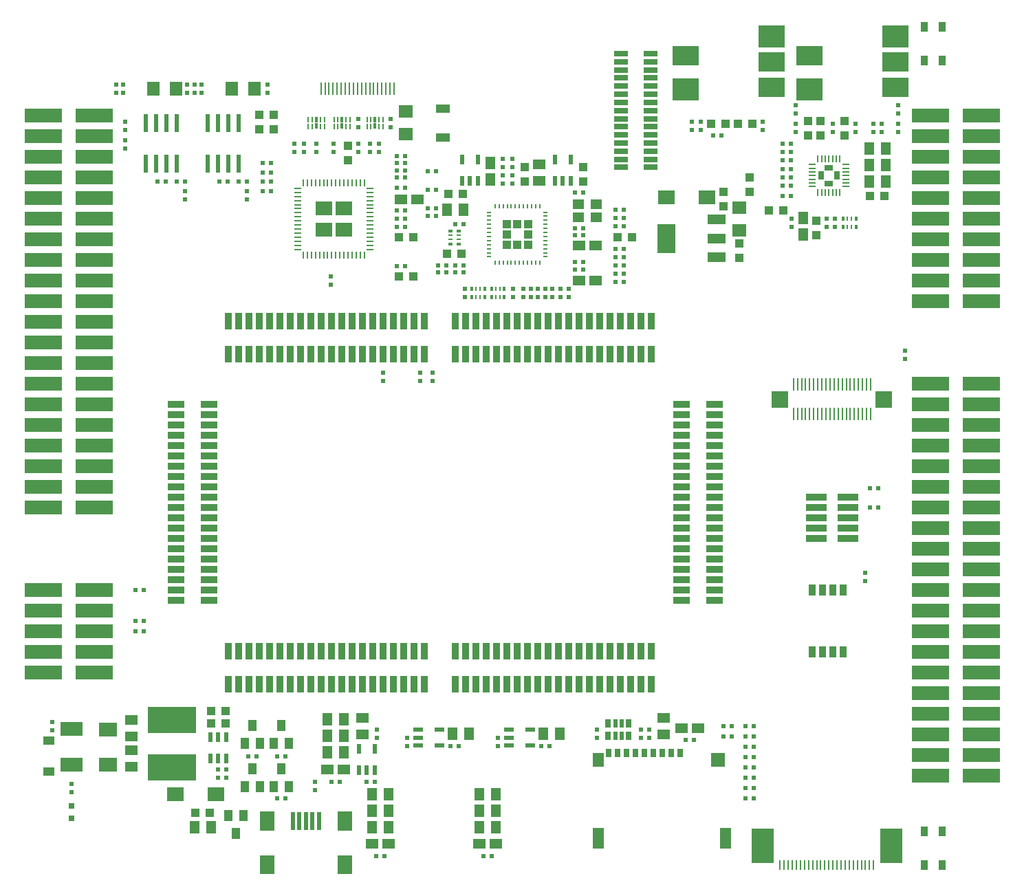
<source format=gbr>
G04 #@! TF.GenerationSoftware,KiCad,Pcbnew,5.1.0-rc2-unknown-036be7d~80~ubuntu16.04.1*
G04 #@! TF.CreationDate,2023-04-10T13:57:59+03:00*
G04 #@! TF.ProjectId,STMP15x-BASE-SOM-EVB_Rev_B,53544d50-3135-4782-9d42-4153452d534f,B*
G04 #@! TF.SameCoordinates,Original*
G04 #@! TF.FileFunction,Paste,Top*
G04 #@! TF.FilePolarity,Positive*
%FSLAX46Y46*%
G04 Gerber Fmt 4.6, Leading zero omitted, Abs format (unit mm)*
G04 Created by KiCad (PCBNEW 5.1.0-rc2-unknown-036be7d~80~ubuntu16.04.1) date 2023-04-10 13:57:59*
%MOMM*%
%LPD*%
G04 APERTURE LIST*
%ADD10C,0.100000*%
%ADD11R,1.400000X2.600000*%
%ADD12R,1.800000X1.800000*%
%ADD13R,1.400000X1.800000*%
%ADD14R,0.700000X1.100000*%
%ADD15R,0.960000X1.470000*%
%ADD16R,2.514000X0.874000*%
%ADD17R,0.904000X1.304000*%
%ADD18R,0.230000X1.180000*%
%ADD19R,2.700000X4.300000*%
%ADD20R,0.500000X2.250000*%
%ADD21R,0.230000X0.880000*%
%ADD22R,0.880000X0.230000*%
%ADD23R,2.000000X1.800000*%
%ADD24R,1.751600X0.701600*%
%ADD25R,0.500000X0.550000*%
%ADD26R,1.000000X1.000000*%
%ADD27R,0.630000X0.230000*%
%ADD28R,0.230000X0.630000*%
%ADD29R,3.253999X2.354000*%
%ADD30R,3.253999X2.754000*%
%ADD31R,1.270000X1.524000*%
%ADD32R,0.230000X1.600000*%
%ADD33R,2.000000X2.000000*%
%ADD34R,2.000000X0.900000*%
%ADD35R,1.016000X1.016000*%
%ADD36R,0.305000X0.605000*%
%ADD37R,0.230000X0.605000*%
%ADD38R,0.605000X0.305000*%
%ADD39R,0.605000X0.230000*%
%ADD40R,1.524000X1.270000*%
%ADD41R,1.200000X0.550000*%
%ADD42R,0.550000X0.500000*%
%ADD43R,0.230000X1.580000*%
%ADD44R,2.000000X1.700000*%
%ADD45R,1.000000X1.400000*%
%ADD46R,0.800000X0.800000*%
%ADD47R,0.200000X0.675000*%
%ADD48R,0.300000X0.775000*%
%ADD49R,0.600000X2.200000*%
%ADD50R,2.235200X1.219200*%
%ADD51R,2.200000X3.600000*%
%ADD52R,1.778000X1.016000*%
%ADD53R,2.286000X1.778000*%
%ADD54R,1.400000X1.000000*%
%ADD55R,4.550000X1.700000*%
%ADD56R,2.700000X1.800000*%
%ADD57R,1.800000X1.600000*%
%ADD58R,0.900000X2.000000*%
%ADD59R,6.000000X3.200000*%
%ADD60R,1.400000X1.200000*%
%ADD61R,1.524000X1.778000*%
%ADD62R,1.778000X1.524000*%
%ADD63R,0.762000X1.016000*%
%ADD64R,0.508000X1.016000*%
%ADD65R,0.550000X1.200000*%
%ADD66R,0.660000X1.020000*%
%ADD67R,1.020000X0.660000*%
%ADD68R,0.910000X0.210000*%
%ADD69R,0.210000X0.910000*%
%ADD70C,1.700000*%
G04 APERTURE END LIST*
D10*
G36*
X115660000Y-136451000D02*
G01*
X115660000Y-138801000D01*
X117460000Y-138801000D01*
X117460000Y-136451000D01*
X115660000Y-136451000D01*
G37*
G36*
X106060000Y-136451000D02*
G01*
X106060000Y-138801000D01*
X107860000Y-138801000D01*
X107860000Y-136451000D01*
X106060000Y-136451000D01*
G37*
G36*
X115660000Y-141851000D02*
G01*
X115660000Y-144201000D01*
X117460000Y-144201000D01*
X117460000Y-141851000D01*
X115660000Y-141851000D01*
G37*
G36*
X106060000Y-141851000D02*
G01*
X106060000Y-144201000D01*
X107860000Y-144201000D01*
X107860000Y-141851000D01*
X106060000Y-141851000D01*
G37*
D11*
X147725000Y-139755000D03*
X163425000Y-139755000D03*
D12*
X162525000Y-130155000D03*
D13*
X147725000Y-130155000D03*
D14*
X149025000Y-129275000D03*
X150125000Y-129275000D03*
X151225000Y-129275000D03*
X152325000Y-129275000D03*
X153425000Y-129275000D03*
X154525000Y-129275000D03*
X155625000Y-129275000D03*
X156725000Y-129275000D03*
X157825000Y-129275000D03*
D15*
X177927000Y-116840000D03*
X176657000Y-116840000D03*
X175387000Y-116840000D03*
X174117000Y-116840000D03*
X174117000Y-109220000D03*
X175387000Y-109220000D03*
X176657000Y-109220000D03*
X177927000Y-109220000D03*
D16*
X174579500Y-101600000D03*
X174579500Y-100330000D03*
X174579500Y-97790000D03*
X174579500Y-99060000D03*
X174579500Y-102870000D03*
X178480500Y-97790000D03*
X178480500Y-99060000D03*
X178480500Y-100330000D03*
X178480500Y-101600000D03*
X178480500Y-102870000D03*
D17*
X187901000Y-43985000D03*
X187901000Y-39835000D03*
X190051000Y-43985000D03*
X190051000Y-39835000D03*
X187901000Y-143045000D03*
X187901000Y-138895000D03*
X190051000Y-143045000D03*
X190051000Y-138895000D03*
D18*
X181645000Y-143070000D03*
X181145000Y-143070000D03*
X180645000Y-143070000D03*
X180145000Y-143070000D03*
X179645000Y-143070000D03*
X179145000Y-143070000D03*
X178645000Y-143070000D03*
X178145000Y-143070000D03*
X177645000Y-143070000D03*
X177145000Y-143070000D03*
X176645000Y-143070000D03*
X176145000Y-143070000D03*
X175645000Y-143070000D03*
X175145000Y-143070000D03*
X174645000Y-143070000D03*
X174145000Y-143070000D03*
X173645000Y-143070000D03*
X173145000Y-143070000D03*
X172645000Y-143070000D03*
X172145000Y-143070000D03*
X171645000Y-143070000D03*
X171145000Y-143070000D03*
X170645000Y-143070000D03*
X170145000Y-143070000D03*
D19*
X183795000Y-140720000D03*
X167995000Y-140720000D03*
D20*
X113360000Y-137629000D03*
X112560000Y-137629000D03*
X111760000Y-137629000D03*
X110960000Y-137629000D03*
X110160000Y-137629000D03*
D21*
X111939000Y-67950000D03*
X111439000Y-67950000D03*
D22*
X110739000Y-65250000D03*
X110739000Y-64750000D03*
X110739000Y-64250000D03*
X110739000Y-63750000D03*
X110739000Y-63250000D03*
X110739000Y-62750000D03*
X110739000Y-62250000D03*
X110739000Y-61750000D03*
X110739000Y-61250000D03*
X110739000Y-60750000D03*
X110739000Y-60250000D03*
X110739000Y-59750000D03*
D21*
X113439000Y-59050000D03*
X113939000Y-59050000D03*
X114439000Y-59050000D03*
X114939000Y-59050000D03*
X115439000Y-59050000D03*
X115939000Y-59050000D03*
X116439000Y-59050000D03*
X116939000Y-59050000D03*
X117439000Y-59050000D03*
X117939000Y-59050000D03*
X118439000Y-59050000D03*
X118939000Y-59050000D03*
D22*
X119639000Y-61750000D03*
X119639000Y-62250000D03*
X119639000Y-62750000D03*
X119639000Y-63250000D03*
X119639000Y-63750000D03*
X119639000Y-64250000D03*
X119639000Y-64750000D03*
X119639000Y-65250000D03*
X119639000Y-65750000D03*
X119639000Y-66250000D03*
X119639000Y-66750000D03*
X119639000Y-67250000D03*
D23*
X116389000Y-62200000D03*
X116389000Y-64800000D03*
X113989000Y-62200000D03*
D21*
X118439000Y-67950000D03*
X117939000Y-67950000D03*
X117439000Y-67950000D03*
X118939000Y-67950000D03*
D22*
X110739000Y-66750000D03*
X110739000Y-66250000D03*
X110739000Y-67250000D03*
X110739000Y-65750000D03*
D21*
X112439000Y-59050000D03*
X112939000Y-59050000D03*
X111439000Y-59050000D03*
X111939000Y-59050000D03*
D22*
X119639000Y-59750000D03*
X119639000Y-61250000D03*
X119639000Y-60250000D03*
X119639000Y-60750000D03*
D23*
X113989000Y-64800000D03*
D21*
X116939000Y-67950000D03*
X116439000Y-67950000D03*
X115939000Y-67950000D03*
X115439000Y-67950000D03*
X114939000Y-67950000D03*
X114439000Y-67950000D03*
X113939000Y-67950000D03*
X113439000Y-67950000D03*
X112939000Y-67950000D03*
X112439000Y-67950000D03*
D24*
X154225000Y-48165000D03*
X154225000Y-49165000D03*
X154225000Y-45165000D03*
X154225000Y-51165000D03*
X154225000Y-44165000D03*
X154225000Y-47165000D03*
X154225000Y-57165000D03*
X154225000Y-43165000D03*
X154225000Y-53165000D03*
X154225000Y-54165000D03*
X154225000Y-52165000D03*
X154225000Y-55165000D03*
X154225000Y-50165000D03*
X154225000Y-46165000D03*
X154225000Y-56165000D03*
X150575000Y-57165000D03*
X150575000Y-53165000D03*
X150575000Y-54165000D03*
X150575000Y-56165000D03*
X150575000Y-55165000D03*
X150575000Y-50165000D03*
X150575000Y-49165000D03*
X150575000Y-51165000D03*
X150575000Y-52165000D03*
X150575000Y-48165000D03*
X150575000Y-47165000D03*
X150575000Y-46165000D03*
X150575000Y-45165000D03*
X150575000Y-44165000D03*
X150575000Y-43165000D03*
D25*
X164211000Y-127254000D03*
X163195000Y-127254000D03*
X164211000Y-125984000D03*
X163195000Y-125984000D03*
D26*
X139090400Y-66725800D03*
D27*
X141270000Y-62680400D03*
X141270000Y-63180400D03*
X141270000Y-63680400D03*
X141270000Y-64180400D03*
X141270000Y-64680400D03*
X141270000Y-65180400D03*
X141270000Y-65680400D03*
X141270000Y-66180400D03*
X141270000Y-66680400D03*
X141270000Y-67180400D03*
X141270000Y-67680400D03*
X141270000Y-68180400D03*
D28*
X140545000Y-68905400D03*
X140045000Y-68905400D03*
X139545000Y-68905400D03*
X139045000Y-68905400D03*
X138545000Y-68905400D03*
X138045000Y-68905400D03*
X137545000Y-68905400D03*
X137045000Y-68905400D03*
X136545000Y-68905400D03*
X136045000Y-68905400D03*
X135545000Y-68905400D03*
X135045000Y-68905400D03*
D27*
X134320000Y-68180400D03*
X134320000Y-67680400D03*
X134320000Y-67180400D03*
X134320000Y-66680400D03*
X134320000Y-66180400D03*
X134320000Y-65680400D03*
X134320000Y-65180400D03*
X134320000Y-64680400D03*
X134320000Y-64180400D03*
X134320000Y-63680400D03*
X134320000Y-63180400D03*
X134320000Y-62680400D03*
D28*
X135045000Y-61955400D03*
X135545000Y-61955400D03*
X136045000Y-61955400D03*
X136545000Y-61955400D03*
X137045000Y-61955400D03*
X137545000Y-61955400D03*
X138045000Y-61955400D03*
X138545000Y-61955400D03*
X139045000Y-61955400D03*
X139545000Y-61955400D03*
X140045000Y-61955400D03*
X140545000Y-61955400D03*
D26*
X137795000Y-66725800D03*
X136499600Y-66725800D03*
X136499600Y-65430400D03*
X136499600Y-64135000D03*
X137795000Y-64135000D03*
X139090400Y-65430400D03*
X139090400Y-64135000D03*
D29*
X169130000Y-44175000D03*
X158530000Y-43375000D03*
X169130000Y-47275000D03*
D30*
X158530000Y-47575000D03*
X169130000Y-41075000D03*
D29*
X184370000Y-44175000D03*
X173770000Y-43375000D03*
X184370000Y-47275000D03*
D30*
X173770000Y-47575000D03*
X184370000Y-41075000D03*
D31*
X129794000Y-126873000D03*
X131826000Y-126873000D03*
D25*
X123952000Y-63500000D03*
X122936000Y-63500000D03*
D32*
X181280000Y-83925000D03*
X175280000Y-83925000D03*
X173780000Y-87525000D03*
X175280000Y-87525000D03*
X176280000Y-87525000D03*
X175780000Y-83925000D03*
X174280000Y-87525000D03*
X177280000Y-87525000D03*
X179280000Y-83925000D03*
X180780000Y-83925000D03*
X180280000Y-83925000D03*
X172280000Y-87525000D03*
X177280000Y-83925000D03*
X179780000Y-83925000D03*
X180280000Y-87525000D03*
X174280000Y-83925000D03*
X172780000Y-87525000D03*
X171780000Y-83925000D03*
X172780000Y-83925000D03*
X178780000Y-83925000D03*
X177780000Y-83925000D03*
X178780000Y-87525000D03*
X176780000Y-87525000D03*
X173280000Y-87525000D03*
X178280000Y-83925000D03*
X174780000Y-87525000D03*
X172280000Y-83925000D03*
X173280000Y-83925000D03*
X173780000Y-83925000D03*
X179280000Y-87525000D03*
X181280000Y-87525000D03*
X176780000Y-83925000D03*
X175780000Y-87525000D03*
X174780000Y-83925000D03*
X171780000Y-87525000D03*
X178280000Y-87525000D03*
X179780000Y-87525000D03*
X180780000Y-87525000D03*
X177780000Y-87525000D03*
X176280000Y-83925000D03*
D33*
X170130000Y-85725000D03*
X182930000Y-85725000D03*
D34*
X162052000Y-110490000D03*
X157988000Y-110490000D03*
X162052000Y-109220000D03*
X157988000Y-109220000D03*
X162052000Y-107950000D03*
X157988000Y-107950000D03*
X162052000Y-106680000D03*
X157988000Y-106680000D03*
X162052000Y-105410000D03*
X157988000Y-105410000D03*
X162052000Y-104140000D03*
X157988000Y-104140000D03*
X162052000Y-102870000D03*
X157988000Y-102870000D03*
X162052000Y-101600000D03*
X157988000Y-101600000D03*
X162052000Y-100330000D03*
X157988000Y-100330000D03*
X162052000Y-99060000D03*
X157988000Y-99060000D03*
X157988000Y-86360000D03*
X162052000Y-86360000D03*
X157988000Y-87630000D03*
X162052000Y-87630000D03*
X157988000Y-88900000D03*
X162052000Y-88900000D03*
X157988000Y-90170000D03*
X162052000Y-90170000D03*
X157988000Y-91440000D03*
X162052000Y-91440000D03*
X157988000Y-92710000D03*
X162052000Y-92710000D03*
X157988000Y-93980000D03*
X162052000Y-93980000D03*
X157988000Y-95250000D03*
X162052000Y-95250000D03*
X157988000Y-96520000D03*
X162052000Y-96520000D03*
X157988000Y-97790000D03*
X162052000Y-97790000D03*
D25*
X182245000Y-96647000D03*
X181229000Y-96647000D03*
D35*
X129286000Y-60452000D03*
X131064000Y-60452000D03*
D25*
X159512000Y-127635000D03*
X158496000Y-127635000D03*
D36*
X136172000Y-72131500D03*
X136172000Y-73156500D03*
D37*
X135632000Y-72131500D03*
X135632000Y-73156500D03*
X135132000Y-72131500D03*
X135132000Y-73156500D03*
D36*
X134592000Y-72131500D03*
X134592000Y-73156500D03*
D38*
X130560500Y-66576000D03*
X129535500Y-66576000D03*
D39*
X130560500Y-66036000D03*
X129535500Y-66036000D03*
X130560500Y-65536000D03*
X129535500Y-65536000D03*
D38*
X130560500Y-64996000D03*
X129535500Y-64996000D03*
D25*
X131191000Y-69215000D03*
X130175000Y-69215000D03*
X150876000Y-71247000D03*
X149860000Y-71247000D03*
D40*
X116459000Y-131318000D03*
X114427000Y-131318000D03*
D41*
X139349001Y-128331000D03*
X139349001Y-126431000D03*
X136749001Y-128331000D03*
X136749001Y-127381000D03*
X136749001Y-126431000D03*
D25*
X122936000Y-57531000D03*
X123952000Y-57531000D03*
X120396000Y-141986000D03*
X121412000Y-141986000D03*
X143129000Y-73152000D03*
X144145000Y-73152000D03*
X149860000Y-67183000D03*
X150876000Y-67183000D03*
D42*
X136017000Y-56134000D03*
X136017000Y-57150000D03*
X137160000Y-56134000D03*
X137160000Y-57150000D03*
D43*
X122610000Y-47460000D03*
X122110000Y-47460000D03*
X121610000Y-47460000D03*
X121110000Y-47460000D03*
X120610000Y-47460000D03*
X120110000Y-47460000D03*
X119610000Y-47460000D03*
X119110000Y-47460000D03*
X118610000Y-47460000D03*
X118110000Y-47460000D03*
X117610000Y-47460000D03*
X117110000Y-47460000D03*
X116610000Y-47460000D03*
X116110000Y-47460000D03*
X115610000Y-47460000D03*
X115110000Y-47460000D03*
X114610000Y-47460000D03*
X114110000Y-47460000D03*
X113610000Y-47460000D03*
D35*
X98171000Y-136652000D03*
X99949000Y-136652000D03*
X101854000Y-124079000D03*
X100076000Y-124079000D03*
D42*
X118237000Y-55245000D03*
X118237000Y-54229000D03*
D25*
X122936000Y-59690000D03*
X123952000Y-59690000D03*
X123952000Y-69342000D03*
X122936000Y-69342000D03*
X106426000Y-58928000D03*
X107442000Y-58928000D03*
X123952000Y-64516000D03*
X122936000Y-64516000D03*
X106426000Y-60071000D03*
X107442000Y-60071000D03*
D42*
X114808000Y-71628000D03*
X114808000Y-70612000D03*
X113030000Y-55245000D03*
X113030000Y-54229000D03*
X115189000Y-54229000D03*
X115189000Y-55245000D03*
D25*
X123952000Y-56642000D03*
X122936000Y-56642000D03*
D42*
X172085000Y-52832000D03*
X172085000Y-51816000D03*
X175895000Y-63500000D03*
X175895000Y-64516000D03*
X176911000Y-64516000D03*
X176911000Y-63500000D03*
D25*
X171450000Y-56261000D03*
X170434000Y-56261000D03*
D42*
X176657000Y-51816000D03*
X176657000Y-52832000D03*
D35*
X178054000Y-51435000D03*
X178054000Y-53213000D03*
D42*
X168021000Y-52578000D03*
X168021000Y-51562000D03*
D25*
X166878000Y-134874000D03*
X165862000Y-134874000D03*
X165862000Y-131064000D03*
X166878000Y-131064000D03*
X165862000Y-129794000D03*
X166878000Y-129794000D03*
X165862000Y-125984000D03*
X166878000Y-125984000D03*
D42*
X159258000Y-52578000D03*
X159258000Y-51562000D03*
D35*
X138684000Y-58928000D03*
X138684000Y-57150000D03*
D42*
X137160000Y-59182000D03*
X137160000Y-58166000D03*
D25*
X145923000Y-65532000D03*
X144907000Y-65532000D03*
D42*
X140335000Y-72136000D03*
X140335000Y-73152000D03*
D25*
X145923000Y-68834000D03*
X144907000Y-68834000D03*
X131191000Y-64135000D03*
X130175000Y-64135000D03*
D42*
X137287000Y-73152000D03*
X137287000Y-72136000D03*
D35*
X151892000Y-65786000D03*
X150114000Y-65786000D03*
D25*
X114935000Y-132842000D03*
X115951000Y-132842000D03*
X128016000Y-70104000D03*
X129032000Y-70104000D03*
D44*
X95671000Y-134366000D03*
X100671000Y-134366000D03*
D45*
X104206040Y-133441440D03*
X106108500Y-133441440D03*
X105153460Y-131231640D03*
D31*
X172974000Y-65405000D03*
X172974000Y-63373000D03*
D40*
X123444000Y-61087000D03*
X125476000Y-61087000D03*
X145415000Y-66802000D03*
X147447000Y-66802000D03*
D46*
X82931000Y-135763000D03*
X82931000Y-137287000D03*
D25*
X108204000Y-134874000D03*
X109220000Y-134874000D03*
X100965000Y-132334000D03*
X101981000Y-132334000D03*
X100965000Y-131318000D03*
X101981000Y-131318000D03*
X104648000Y-129667000D03*
X105664000Y-129667000D03*
D42*
X89535000Y-53848000D03*
X89535000Y-54864000D03*
X180594000Y-107061000D03*
X180594000Y-108077000D03*
X82931000Y-134112000D03*
X82931000Y-133096000D03*
D25*
X171450000Y-60706000D03*
X170434000Y-60706000D03*
X171450000Y-59436000D03*
X170434000Y-59436000D03*
X107442000Y-57785000D03*
X106426000Y-57785000D03*
X106426000Y-56642000D03*
X107442000Y-56642000D03*
X123952000Y-62484000D03*
X122936000Y-62484000D03*
X170434000Y-58420000D03*
X171450000Y-58420000D03*
X170434000Y-57404000D03*
X171450000Y-57404000D03*
D42*
X171577000Y-64516000D03*
X171577000Y-63500000D03*
D25*
X122936000Y-58420000D03*
X123952000Y-58420000D03*
X122936000Y-55753000D03*
X123952000Y-55753000D03*
D42*
X111506000Y-55245000D03*
X111506000Y-54229000D03*
X184658000Y-50546000D03*
X184658000Y-49530000D03*
X181610000Y-52832000D03*
X181610000Y-51816000D03*
X172085000Y-50546000D03*
X172085000Y-49530000D03*
X118237000Y-52197000D03*
X118237000Y-51181000D03*
X119634000Y-54229000D03*
X119634000Y-55245000D03*
X120777000Y-55245000D03*
X120777000Y-54229000D03*
X122174000Y-52197000D03*
X122174000Y-51181000D03*
X110363000Y-55245000D03*
X110363000Y-54229000D03*
X179451000Y-52832000D03*
X179451000Y-51816000D03*
D25*
X161925000Y-53213000D03*
X162941000Y-53213000D03*
X166878000Y-133604000D03*
X165862000Y-133604000D03*
X166878000Y-132334000D03*
X165862000Y-132334000D03*
D42*
X160401000Y-51562000D03*
X160401000Y-52578000D03*
X89280999Y-48006000D03*
X89280999Y-46990000D03*
X88391999Y-46990000D03*
X88391999Y-48006000D03*
X98933000Y-48006000D03*
X98933000Y-46990000D03*
X98044000Y-46990000D03*
X98044000Y-48006000D03*
D25*
X165862000Y-127254000D03*
X166878000Y-127254000D03*
D42*
X97155000Y-46990000D03*
X97155000Y-48006000D03*
X107061000Y-48006000D03*
X107061000Y-46990000D03*
D25*
X90805000Y-114300000D03*
X91821000Y-114300000D03*
X104521000Y-58928000D03*
X103505000Y-58928000D03*
D42*
X96901000Y-61087000D03*
X96901000Y-60071000D03*
X104521000Y-60071000D03*
X104521000Y-61087000D03*
D25*
X91821000Y-113030000D03*
X90805000Y-113030000D03*
X90805000Y-109220000D03*
X91821000Y-109220000D03*
X149860000Y-62357000D03*
X150876000Y-62357000D03*
X149860000Y-63373000D03*
X150876000Y-63373000D03*
D42*
X120523000Y-126365000D03*
X120523000Y-127381000D03*
D25*
X140716000Y-128397000D03*
X141732000Y-128397000D03*
D42*
X80518000Y-125476000D03*
X80518000Y-126492000D03*
D25*
X119253000Y-132842000D03*
X120269000Y-132842000D03*
D42*
X124206000Y-127381001D03*
X124206000Y-128397001D03*
X135382000Y-128397000D03*
X135382000Y-127381000D03*
D25*
X181229000Y-99060000D03*
X182245000Y-99060000D03*
X150876000Y-68199000D03*
X149860000Y-68199000D03*
X149860000Y-69215000D03*
X150876000Y-69215000D03*
X127762000Y-62230000D03*
X126746000Y-62230000D03*
X127762000Y-63119000D03*
X126746000Y-63119000D03*
X127762000Y-57658000D03*
X126746000Y-57658000D03*
X126746000Y-59944000D03*
X127762000Y-59944000D03*
D42*
X112903000Y-133858000D03*
X112903000Y-132842000D03*
X141224000Y-72136000D03*
X141224000Y-73152000D03*
X142113000Y-73152000D03*
X142113000Y-72136000D03*
X139446000Y-73152000D03*
X139446000Y-72136000D03*
X138557000Y-73152000D03*
X138557000Y-72136000D03*
X185547000Y-80772000D03*
X185547000Y-79756000D03*
D36*
X133759000Y-72131500D03*
X133759000Y-73156500D03*
D37*
X133219000Y-72131500D03*
X133219000Y-73156500D03*
X132719000Y-72131500D03*
X132719000Y-73156500D03*
D36*
X132179000Y-72131500D03*
X132179000Y-73156500D03*
D47*
X119269000Y-52126500D03*
X119769000Y-52126500D03*
D48*
X120269000Y-52076500D03*
D47*
X120769000Y-52126500D03*
X121269000Y-52126500D03*
X121269000Y-51251500D03*
X120769000Y-51251500D03*
D48*
X120269000Y-51301500D03*
D47*
X119769000Y-51251500D03*
X119269000Y-51251500D03*
D49*
X99695000Y-56729000D03*
X100965000Y-56729000D03*
X102235000Y-56729000D03*
X103505000Y-56729000D03*
X103505000Y-51729000D03*
X102235000Y-51729000D03*
X100965000Y-51729000D03*
X99695000Y-51729000D03*
D50*
X162356800Y-68224400D03*
X162356800Y-65913000D03*
X162356800Y-63601600D03*
D51*
X156159000Y-65913000D03*
D45*
X104206040Y-128107440D03*
X106108500Y-128107440D03*
X105153460Y-125897640D03*
D25*
X166878000Y-128524000D03*
X165862000Y-128524000D03*
X131191000Y-70104000D03*
X130175000Y-70104000D03*
D42*
X147574000Y-127381000D03*
X147574000Y-126365000D03*
D25*
X95885000Y-58928000D03*
X96901000Y-58928000D03*
D31*
X100076000Y-138430000D03*
X98044000Y-138430000D03*
D40*
X90297000Y-127254000D03*
X90297000Y-125222000D03*
X90297000Y-130937000D03*
X90297000Y-128905000D03*
D35*
X101854000Y-125603000D03*
X100076000Y-125603000D03*
X173609000Y-53213000D03*
X173609000Y-51435000D03*
X175133000Y-51435001D03*
X175133000Y-53213001D03*
X116967000Y-56261000D03*
X116967000Y-54483000D03*
X123190000Y-70612000D03*
X124968000Y-70612000D03*
X123190000Y-65786000D03*
X124968000Y-65786000D03*
D42*
X184658000Y-52832000D03*
X184658000Y-51816000D03*
X182626000Y-51816000D03*
X182626000Y-52832000D03*
D35*
X174625000Y-63754000D03*
X174625000Y-65532000D03*
X181229001Y-60706000D03*
X183007001Y-60706000D03*
D31*
X181102001Y-56896000D03*
X183134001Y-56896000D03*
X181102001Y-58928000D03*
X183134001Y-58928000D03*
X183134001Y-54864000D03*
X181102001Y-54864000D03*
D35*
X164973000Y-51816000D03*
X166751000Y-51816000D03*
X161671000Y-51816000D03*
X163449000Y-51816000D03*
D25*
X94488000Y-58928000D03*
X93472000Y-58928000D03*
X102108000Y-58928000D03*
X101092000Y-58928000D03*
D35*
X165100000Y-68326000D03*
X165100000Y-66548000D03*
D25*
X145923000Y-60274200D03*
X144907000Y-60274200D03*
X144907000Y-64643000D03*
X145923000Y-64643000D03*
D35*
X163195000Y-60198000D03*
X163195000Y-61976000D03*
D40*
X140462000Y-58801000D03*
X140462000Y-56769000D03*
D42*
X136017000Y-59182000D03*
X136017000Y-58166000D03*
D31*
X129159000Y-62357000D03*
X131191000Y-62357000D03*
D35*
X129159000Y-67818000D03*
X130937000Y-67818000D03*
D42*
X131318000Y-73152000D03*
X131318000Y-72136000D03*
D25*
X145923000Y-69723000D03*
X144907000Y-69723000D03*
D40*
X118745000Y-127000000D03*
X118745000Y-124968000D03*
D31*
X143002000Y-126873000D03*
X140970000Y-126873000D03*
X114427000Y-129159000D03*
X116459000Y-129159000D03*
X121920000Y-138430000D03*
X119888000Y-138430000D03*
X133096000Y-138430000D03*
X135128000Y-138430000D03*
X114427000Y-127127000D03*
X116459000Y-127127000D03*
X119888000Y-136398000D03*
X121920000Y-136398000D03*
X135128000Y-136398000D03*
X133096000Y-136398000D03*
X116459000Y-125095000D03*
X114427000Y-125095000D03*
X121920000Y-134366000D03*
X119888000Y-134366000D03*
X135128000Y-134366000D03*
X133096000Y-134366000D03*
D25*
X134620000Y-141986000D03*
X133604000Y-141986000D03*
D52*
X128651000Y-53467000D03*
X128651000Y-49911000D03*
D40*
X155829000Y-124968000D03*
X155829000Y-127000000D03*
D53*
X87376000Y-126347000D03*
X87376000Y-130701000D03*
D44*
X156123000Y-60833000D03*
X161123000Y-60833000D03*
D54*
X80137000Y-131567000D03*
X80137000Y-127767000D03*
D55*
X188645000Y-109220000D03*
X194895000Y-132080000D03*
X194895000Y-129540000D03*
X194895000Y-127000000D03*
X194895000Y-124460000D03*
X194895000Y-121920000D03*
X194895000Y-119380000D03*
X194895000Y-116840000D03*
X194895000Y-114300000D03*
X194895000Y-106680000D03*
X194895000Y-104140000D03*
X194895000Y-101600000D03*
X194895000Y-99060000D03*
X194895000Y-96520000D03*
X194895000Y-93980000D03*
X194895000Y-91440000D03*
X194895000Y-88900000D03*
X194895000Y-86360000D03*
X194895000Y-83820000D03*
X194895000Y-109220000D03*
X194895000Y-111760000D03*
X188645000Y-111760000D03*
X188645000Y-114300000D03*
X188645000Y-116840000D03*
X188645000Y-119380000D03*
X188645000Y-121920000D03*
X188645000Y-124460000D03*
X188645000Y-127000000D03*
X188645000Y-129540000D03*
X188645000Y-132080000D03*
X188645000Y-106680000D03*
X188645000Y-104140000D03*
X188645000Y-101600000D03*
X188645000Y-99060000D03*
X188645000Y-96520000D03*
X188645000Y-93980000D03*
X188645000Y-91440000D03*
X188645000Y-88900000D03*
X188645000Y-86360000D03*
X188645000Y-83820000D03*
X194895000Y-73660000D03*
X194895000Y-71120000D03*
X194895000Y-68580000D03*
X194895000Y-66040000D03*
X194895000Y-63500000D03*
X194895000Y-60960000D03*
X194895000Y-58420000D03*
X194895000Y-55880000D03*
X194895000Y-53340000D03*
X194895000Y-50800000D03*
X188645000Y-73660000D03*
X188645000Y-71120000D03*
X188645000Y-68580000D03*
X188645000Y-66040000D03*
X188645000Y-63500000D03*
X188645000Y-60960000D03*
X188645000Y-58420000D03*
X188645000Y-55880000D03*
X188645000Y-53340000D03*
X188645000Y-50800000D03*
D45*
X108709460Y-125897640D03*
X109664500Y-128107440D03*
X107762040Y-128107440D03*
D56*
X82931000Y-126324000D03*
X82931000Y-130724000D03*
D57*
X124079000Y-53089000D03*
X124079000Y-50289000D03*
D34*
X99822000Y-110490000D03*
X95758000Y-110490000D03*
X99822000Y-109220000D03*
X95758000Y-109220000D03*
X99822000Y-107950000D03*
X95758000Y-107950000D03*
X99822000Y-106680000D03*
X95758000Y-106680000D03*
X99822000Y-105410000D03*
X95758000Y-105410000D03*
X99822000Y-104140000D03*
X95758000Y-104140000D03*
X99822000Y-102870000D03*
X95758000Y-102870000D03*
X99822000Y-101600000D03*
X95758000Y-101600000D03*
X99822000Y-100330000D03*
X95758000Y-100330000D03*
X99822000Y-99060000D03*
X95758000Y-99060000D03*
X95758000Y-86360000D03*
X99822000Y-86360000D03*
X95758000Y-87630000D03*
X99822000Y-87630000D03*
X95758000Y-88900000D03*
X99822000Y-88900000D03*
X95758000Y-90170000D03*
X99822000Y-90170000D03*
X95758000Y-91440000D03*
X99822000Y-91440000D03*
X95758000Y-92710000D03*
X99822000Y-92710000D03*
X95758000Y-93980000D03*
X99822000Y-93980000D03*
X95758000Y-95250000D03*
X99822000Y-95250000D03*
X95758000Y-96520000D03*
X99822000Y-96520000D03*
X95758000Y-97790000D03*
X99822000Y-97790000D03*
D58*
X113665000Y-116713000D03*
X113665000Y-120777000D03*
X112395000Y-116713000D03*
X112395000Y-120777000D03*
X111125000Y-116713000D03*
X111125000Y-120777000D03*
X109855000Y-116713000D03*
X109855000Y-120777000D03*
X108585000Y-116713000D03*
X108585000Y-120777000D03*
X107315000Y-116713000D03*
X107315000Y-120777000D03*
X106045000Y-116713000D03*
X106045000Y-120777000D03*
X104775000Y-116713000D03*
X104775000Y-120777000D03*
X103505000Y-116713000D03*
X103505000Y-120777000D03*
X102235000Y-116713000D03*
X102235000Y-120777000D03*
X114935000Y-120777000D03*
X114935000Y-116713000D03*
X116205000Y-120777000D03*
X116205000Y-116713000D03*
X117475000Y-120777000D03*
X117475000Y-116713000D03*
X118745000Y-120777000D03*
X118745000Y-116713000D03*
X120015000Y-120777000D03*
X120015000Y-116713000D03*
X121285000Y-120777000D03*
X121285000Y-116713000D03*
X122555000Y-120777000D03*
X122555000Y-116713000D03*
X123825000Y-120777000D03*
X123825000Y-116713000D03*
X125095000Y-120777000D03*
X125095000Y-116713000D03*
X126365000Y-120777000D03*
X126365000Y-116713000D03*
X154305000Y-116713000D03*
X154305000Y-120777000D03*
X153035000Y-116713000D03*
X153035000Y-120777000D03*
X151765000Y-116713000D03*
X151765000Y-120777000D03*
X150495000Y-116713000D03*
X150495000Y-120777000D03*
X149225000Y-116713000D03*
X149225000Y-120777000D03*
X147955000Y-116713000D03*
X147955000Y-120777000D03*
X146685000Y-116713000D03*
X146685000Y-120777000D03*
X145415000Y-116713000D03*
X145415000Y-120777000D03*
X144145000Y-116713000D03*
X144145000Y-120777000D03*
X142875000Y-116713000D03*
X142875000Y-120777000D03*
X130175000Y-120777000D03*
X130175000Y-116713000D03*
X131445000Y-120777000D03*
X131445000Y-116713000D03*
X132715000Y-120777000D03*
X132715000Y-116713000D03*
X133985000Y-120777000D03*
X133985000Y-116713000D03*
X135255000Y-120777000D03*
X135255000Y-116713000D03*
X136525000Y-120777000D03*
X136525000Y-116713000D03*
X137795000Y-120777000D03*
X137795000Y-116713000D03*
X139065000Y-120777000D03*
X139065000Y-116713000D03*
X140335000Y-120777000D03*
X140335000Y-116713000D03*
X141605000Y-120777000D03*
X141605000Y-116713000D03*
X141605000Y-76073000D03*
X141605000Y-80137000D03*
X140335000Y-76073000D03*
X140335000Y-80137000D03*
X139065000Y-76073000D03*
X139065000Y-80137000D03*
X137795000Y-76073000D03*
X137795000Y-80137000D03*
X136525000Y-76073000D03*
X136525000Y-80137000D03*
X135255000Y-76073000D03*
X135255000Y-80137000D03*
X133985000Y-76073000D03*
X133985000Y-80137000D03*
X132715000Y-76073000D03*
X132715000Y-80137000D03*
X131445000Y-76073000D03*
X131445000Y-80137000D03*
X130175000Y-76073000D03*
X130175000Y-80137000D03*
X142875000Y-80137000D03*
X142875000Y-76073000D03*
X144145000Y-80137000D03*
X144145000Y-76073000D03*
X145415000Y-80137000D03*
X145415000Y-76073000D03*
X146685000Y-80137000D03*
X146685000Y-76073000D03*
X147955000Y-80137000D03*
X147955000Y-76073000D03*
X149225000Y-80137000D03*
X149225000Y-76073000D03*
X150495000Y-80137000D03*
X150495000Y-76073000D03*
X151765000Y-80137000D03*
X151765000Y-76073000D03*
X153035000Y-80137000D03*
X153035000Y-76073000D03*
X154305000Y-80137000D03*
X154305000Y-76073000D03*
X113665000Y-76073000D03*
X113665000Y-80137000D03*
X112395000Y-76073000D03*
X112395000Y-80137000D03*
X111125000Y-76073000D03*
X111125000Y-80137000D03*
X109855000Y-76073000D03*
X109855000Y-80137000D03*
X108585000Y-76073000D03*
X108585000Y-80137000D03*
X107315000Y-76073000D03*
X107315000Y-80137000D03*
X106045000Y-76073000D03*
X106045000Y-80137000D03*
X104775000Y-76073000D03*
X104775000Y-80137000D03*
X103505000Y-76073000D03*
X103505000Y-80137000D03*
X102235000Y-76073000D03*
X102235000Y-80137000D03*
X114935000Y-80137000D03*
X114935000Y-76073000D03*
X116205000Y-80137000D03*
X116205000Y-76073000D03*
X117475000Y-80137000D03*
X117475000Y-76073000D03*
X118745000Y-80137000D03*
X118745000Y-76073000D03*
X120015000Y-80137000D03*
X120015000Y-76073000D03*
X121285000Y-80137000D03*
X121285000Y-76073000D03*
X122555000Y-80137000D03*
X122555000Y-76073000D03*
X123825000Y-80137000D03*
X123825000Y-76073000D03*
X125095000Y-80137000D03*
X125095000Y-76073000D03*
X126365000Y-80137000D03*
X126365000Y-76073000D03*
D59*
X95250000Y-125243000D03*
X95250000Y-131043000D03*
D40*
X145415000Y-71120000D03*
X147447000Y-71120000D03*
D31*
X134493000Y-58674000D03*
X134493000Y-56642000D03*
D40*
X121920000Y-140462000D03*
X119888000Y-140462000D03*
X135128000Y-140462000D03*
X133096000Y-140462000D03*
D25*
X143129000Y-72136000D03*
X144145000Y-72136000D03*
X128016000Y-69215000D03*
X129032000Y-69215000D03*
D40*
X157988000Y-126238000D03*
X160020000Y-126238000D03*
D55*
X85675000Y-99060000D03*
X85675000Y-96520000D03*
X85675000Y-93980000D03*
X85675000Y-91440000D03*
X85675000Y-88900000D03*
X85675000Y-86360000D03*
X85675000Y-83820000D03*
X85675000Y-81280000D03*
X85675000Y-78740000D03*
X85675000Y-76200000D03*
X85675000Y-50800000D03*
X85675000Y-53340000D03*
X85675000Y-55880000D03*
X85675000Y-58420000D03*
X85675000Y-60960000D03*
X85675000Y-63500000D03*
X85675000Y-66040000D03*
X85675000Y-68580000D03*
X85675000Y-71120000D03*
X79425000Y-71120000D03*
X79425000Y-73660000D03*
X79425000Y-99060000D03*
X79425000Y-96520000D03*
X79425000Y-93980000D03*
X79425000Y-91440000D03*
X79425000Y-88900000D03*
X79425000Y-86360000D03*
X79425000Y-83820000D03*
X79425000Y-81280000D03*
X79425000Y-78740000D03*
X79425000Y-76200000D03*
X79425000Y-68580000D03*
X79425000Y-66040000D03*
X79425000Y-63500000D03*
X79425000Y-60960000D03*
X79425000Y-58420000D03*
X79425000Y-55880000D03*
X79425000Y-53340000D03*
X79425000Y-50800000D03*
X85675000Y-73660000D03*
D60*
X147531000Y-61684000D03*
X145331000Y-63284000D03*
X145331000Y-61684000D03*
X147531000Y-63284000D03*
D25*
X109220000Y-129667000D03*
X108204000Y-129667000D03*
D42*
X89535000Y-51562000D03*
X89535000Y-52578000D03*
D61*
X92964000Y-47498000D03*
X95758000Y-47498000D03*
X105410000Y-47498000D03*
X102616000Y-47498000D03*
D62*
X165100000Y-64897000D03*
X165100000Y-62103000D03*
D35*
X145923000Y-57150000D03*
X145923000Y-58928000D03*
D25*
X149860000Y-64389000D03*
X150876000Y-64389000D03*
X149860000Y-70231000D03*
X150876000Y-70231000D03*
X130556000Y-128397000D03*
X129540000Y-128397000D03*
D42*
X153035000Y-126365000D03*
X153035000Y-127381000D03*
X154051000Y-127381000D03*
X154051000Y-126365000D03*
D36*
X177899000Y-64520500D03*
X177899000Y-63495500D03*
D37*
X178439000Y-64520500D03*
X178439000Y-63495500D03*
X178939000Y-64520500D03*
X178939000Y-63495500D03*
D36*
X179479000Y-64520500D03*
X179479000Y-63495500D03*
D63*
X151511000Y-127127000D03*
X151511000Y-125603000D03*
X148971000Y-127127000D03*
X148971000Y-125603000D03*
D64*
X150622000Y-127127000D03*
X149860000Y-127127000D03*
X150622000Y-125603000D03*
X149860000Y-125603000D03*
D65*
X132903000Y-56231000D03*
X131003000Y-56231000D03*
X132903000Y-58831000D03*
X131953000Y-58831000D03*
X131003000Y-58831000D03*
X142433000Y-58831000D03*
X143383000Y-58831000D03*
X144333000Y-58831000D03*
X142433000Y-56231000D03*
X144333000Y-56231000D03*
D45*
X107762000Y-133434000D03*
X109662000Y-133434000D03*
X108712000Y-131234000D03*
D65*
X100014999Y-127350900D03*
X100964999Y-127350900D03*
X101914999Y-127350900D03*
X101914999Y-129951100D03*
X100964999Y-129951100D03*
X100014999Y-129951100D03*
D47*
X112030000Y-52126500D03*
X112530000Y-52126500D03*
D48*
X113030000Y-52076500D03*
D47*
X113530000Y-52126500D03*
X114030000Y-52126500D03*
X114030000Y-51251500D03*
X113530000Y-51251500D03*
D48*
X113030000Y-51301500D03*
D47*
X112530000Y-51251500D03*
X112030000Y-51251500D03*
X115205000Y-51251500D03*
X115705000Y-51251500D03*
D48*
X116205000Y-51301500D03*
D47*
X116705000Y-51251500D03*
X117205000Y-51251500D03*
X117205000Y-52126500D03*
X116705000Y-52126500D03*
D48*
X116205000Y-52076500D03*
D47*
X115705000Y-52126500D03*
X115205000Y-52126500D03*
D66*
X175158400Y-58166000D03*
D67*
X176149000Y-57175400D03*
D68*
X174065180Y-59516000D03*
X174065180Y-59066000D03*
X174065180Y-58616000D03*
X174065180Y-58166000D03*
X174065180Y-57716000D03*
X174065180Y-57266000D03*
X174065180Y-56816000D03*
D69*
X174799000Y-56082180D03*
X175249000Y-56082180D03*
X175699000Y-56082180D03*
X176149000Y-56082180D03*
X176599000Y-56082180D03*
X177049000Y-56082180D03*
X177499000Y-56082180D03*
D68*
X178232820Y-56816000D03*
X178232820Y-57266000D03*
X178232820Y-57716000D03*
X178232820Y-58166000D03*
X178232820Y-58616000D03*
X178232820Y-59066000D03*
X178232820Y-59516000D03*
D69*
X177499000Y-60249820D03*
X177049000Y-60249820D03*
X176599000Y-60249820D03*
X176149000Y-60249820D03*
X175699000Y-60249820D03*
X175249000Y-60249820D03*
X174799000Y-60249820D03*
D67*
X176149000Y-59156600D03*
D66*
X177139600Y-58166000D03*
D49*
X92075000Y-56729000D03*
X93345000Y-56729000D03*
X94615000Y-56729000D03*
X95885000Y-56729000D03*
X95885000Y-51729000D03*
X94615000Y-51729000D03*
X93345000Y-51729000D03*
X92075000Y-51729000D03*
D65*
X120203000Y-128748000D03*
X118303000Y-128748000D03*
X120203000Y-131348000D03*
X119253000Y-131348000D03*
X118303000Y-131348000D03*
D41*
X125573000Y-126431000D03*
X125573000Y-127381000D03*
X125573000Y-128331000D03*
X128173000Y-126431000D03*
X128173000Y-128331000D03*
D70*
X79425000Y-114300000D03*
D10*
G36*
X81700000Y-115150000D02*
G01*
X77150000Y-115150000D01*
X77150000Y-113450000D01*
X81700000Y-113450000D01*
X81700000Y-115150000D01*
X81700000Y-115150000D01*
G37*
D70*
X79425000Y-116840000D03*
D10*
G36*
X81700000Y-117690000D02*
G01*
X77150000Y-117690000D01*
X77150000Y-115990000D01*
X81700000Y-115990000D01*
X81700000Y-117690000D01*
X81700000Y-117690000D01*
G37*
D70*
X79425000Y-119380000D03*
D10*
G36*
X81700000Y-120230000D02*
G01*
X77150000Y-120230000D01*
X77150000Y-118530000D01*
X81700000Y-118530000D01*
X81700000Y-120230000D01*
X81700000Y-120230000D01*
G37*
D70*
X79425000Y-111760000D03*
D10*
G36*
X81700000Y-112610000D02*
G01*
X77150000Y-112610000D01*
X77150000Y-110910000D01*
X81700000Y-110910000D01*
X81700000Y-112610000D01*
X81700000Y-112610000D01*
G37*
D70*
X79425000Y-109220000D03*
D10*
G36*
X81700000Y-110070000D02*
G01*
X77150000Y-110070000D01*
X77150000Y-108370000D01*
X81700000Y-108370000D01*
X81700000Y-110070000D01*
X81700000Y-110070000D01*
G37*
D70*
X85675000Y-109220000D03*
D10*
G36*
X87950000Y-110070000D02*
G01*
X83400000Y-110070000D01*
X83400000Y-108370000D01*
X87950000Y-108370000D01*
X87950000Y-110070000D01*
X87950000Y-110070000D01*
G37*
D70*
X85675000Y-111760000D03*
D10*
G36*
X87950000Y-112610000D02*
G01*
X83400000Y-112610000D01*
X83400000Y-110910000D01*
X87950000Y-110910000D01*
X87950000Y-112610000D01*
X87950000Y-112610000D01*
G37*
D70*
X85675000Y-114300000D03*
D10*
G36*
X87950000Y-115150000D02*
G01*
X83400000Y-115150000D01*
X83400000Y-113450000D01*
X87950000Y-113450000D01*
X87950000Y-115150000D01*
X87950000Y-115150000D01*
G37*
D70*
X85675000Y-116840000D03*
D10*
G36*
X87950000Y-117690000D02*
G01*
X83400000Y-117690000D01*
X83400000Y-115990000D01*
X87950000Y-115990000D01*
X87950000Y-117690000D01*
X87950000Y-117690000D01*
G37*
D70*
X85675000Y-119380000D03*
D10*
G36*
X87950000Y-120230000D02*
G01*
X83400000Y-120230000D01*
X83400000Y-118530000D01*
X87950000Y-118530000D01*
X87950000Y-120230000D01*
X87950000Y-120230000D01*
G37*
D42*
X121285000Y-83439000D03*
X121285000Y-82423000D03*
D35*
X168783000Y-62484000D03*
X170561000Y-62484000D03*
X166370000Y-58420000D03*
X166370000Y-60198000D03*
D42*
X125857000Y-82423000D03*
X125857000Y-83439000D03*
X127381000Y-83439000D03*
X127381000Y-82423000D03*
D25*
X171450000Y-54229000D03*
X170434000Y-54229000D03*
X170434000Y-55245000D03*
X171450000Y-55245000D03*
D35*
X106045000Y-52451000D03*
X107823000Y-52451000D03*
X106045000Y-50673000D03*
X107823000Y-50673000D03*
D45*
X104074000Y-136949000D03*
X102174000Y-136949000D03*
X103124000Y-139149000D03*
M02*

</source>
